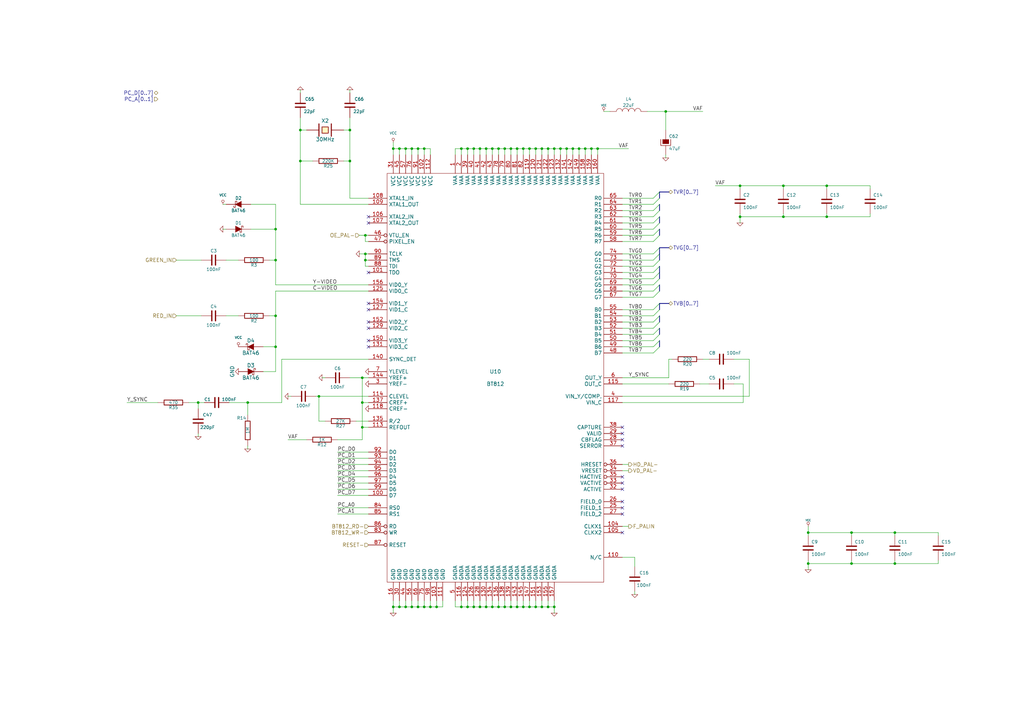
<source format=kicad_sch>
(kicad_sch (version 20200310) (host eeschema "(5.99.0-1545-g9916f24fa)")
  (page "A3")
  (title_block (title "Video") (date "Sun 22 Mar 2015") (rev "2.0B") (company "Kicad EDA"))
  (lib_symbols
    (symbol "video_schlib:BT812" (pin_names (offset 0.762))
      (property "Reference" "U" (at 47.498 85.09 0))
      (property "Value" "BT812" (at 31.242 -85.09 0))
      (symbol "BT812_0_1"
        (rectangle (start -44.45 -83.82) (end 44.45 83.82))
      )
      (symbol "BT812_1_1"
        (pin input line (at -16.51 91.44 270) (length 7.62) (name "VAA") (number "1"))
        (pin tri_state line (at -52.07 -48.26 0) (length 7.62) (name "D7") (number "100"))
        (pin output line (at -52.07 43.18 0) (length 7.62) (name "TDO") (number "101"))
        (pin input line (at -29.21 91.44 270) (length 7.62) (name "VCC") (number "102"))
        (pin input line (at -24.13 -91.44 90) (length 7.62) (name "GND") (number "103"))
        (pin output line (at 52.07 -60.96 180) (length 7.62) (name "CLKX1") (number "104"))
        (pin output line (at 52.07 -63.5 180) (length 7.62) (name "CLKX2") (number "105"))
        (pin input line (at -52.07 66.04 0) (length 7.62) (name "XTAL2_IN") (number "106"))
        (pin output line (at -52.07 63.5 0) (length 7.62) (name "XTAL2_OUT") (number "107"))
        (pin input line (at -52.07 73.66 0) (length 7.62) (name "XTAL1_IN") (number "108"))
        (pin output line (at -52.07 71.12 0) (length 7.62) (name "XTAL1_OUT") (number "109"))
        (pin input line (at 52.07 -73.66 180) (length 7.62) (name "N/C") (number "110"))
        (pin input line (at -21.59 -91.44 90) (length 7.62) (name "GND") (number "111"))
        (pin input line (at -26.67 91.44 270) (length 7.62) (name "VCC") (number "112"))
        (pin output line (at -52.07 -20.32 0) (length 7.62) (name "REFOUT") (number "113"))
        (pin input line (at -52.07 -7.62 0) (length 7.62) (name "CLEVEL") (number "114"))
        (pin output line (at 52.07 -2.54 180) (length 7.62) (name "OUT_C") (number "115"))
        (pin input line (at -13.97 -91.44 90) (length 7.62) (name "GNDA") (number "116"))
        (pin input line (at 52.07 -10.16 180) (length 7.62) (name "VIN_C") (number "117"))
        (pin input line (at -52.07 -12.7 0) (length 7.62) (name "CREF-") (number "118"))
        (pin input line (at 13.97 91.44 270) (length 7.62) (name "VAA") (number "119"))
        (pin input line (at 16.51 91.44 270) (length 7.62) (name "VAA") (number "120"))
        (pin input line (at 19.05 91.44 270) (length 7.62) (name "VAA") (number "121"))
        (pin input line (at 21.59 91.44 270) (length 7.62) (name "VAA") (number "122"))
        (pin passive line (at 24.13 91.44 270) (length 7.62) (name "VAA") (number "123"))
        (pin input line (at -11.43 -91.44 90) (length 7.62) (name "GNDA") (number "124"))
        (pin input line (at -52.07 35.56 0) (length 7.62) (name "VID0_C") (number "125"))
        (pin input line (at -8.89 -91.44 90) (length 7.62) (name "GNDA") (number "126"))
        (pin input line (at -52.07 27.94 0) (length 7.62) (name "VID1_C") (number "127"))
        (pin input line (at -6.35 -91.44 90) (length 7.62) (name "GNDA") (number "128"))
        (pin input line (at -52.07 20.32 0) (length 7.62) (name "VID2_C") (number "129"))
        (pin input line (at -3.81 -91.44 90) (length 7.62) (name "GNDA") (number "130"))
        (pin input line (at -52.07 12.7 0) (length 7.62) (name "VID3_C") (number "131"))
        (pin input line (at 26.67 91.44 270) (length 7.62) (name "VAA") (number "132"))
        (pin input line (at -1.27 -91.44 90) (length 7.62) (name "GNDA") (number "134"))
        (pin input line (at -52.07 -17.78 0) (length 7.62) (name "R/2") (number "135"))
        (pin input line (at 1.27 -91.44 90) (length 7.62) (name "GNDA") (number "136"))
        (pin input line (at -52.07 -10.16 0) (length 7.62) (name "CREF+") (number "137"))
        (pin input line (at 3.81 -91.44 90) (length 7.62) (name "GNDA") (number "138"))
        (pin input line (at 6.35 -91.44 90) (length 7.62) (name "GNDA") (number "139"))
        (pin input line (at -52.07 7.62 0) (length 7.62) (name "SYNC_DET") (number "140"))
        (pin input line (at 29.21 91.44 270) (length 7.62) (name "VAA") (number "141"))
        (pin input line (at 31.75 91.44 270) (length 7.62) (name "VAA") (number "142"))
        (pin input line (at 8.89 -91.44 90) (length 7.62) (name "GNDA") (number "143"))
        (pin input line (at -52.07 0 0) (length 7.62) (name "YREF+") (number "144"))
        (pin input line (at 11.43 -91.44 90) (length 7.62) (name "GNDA") (number "145"))
        (pin input line (at 13.97 -91.44 90) (length 7.62) (name "GNDA") (number "147"))
        (pin input line (at 34.29 91.44 270) (length 7.62) (name "VAA") (number "149"))
        (pin input line (at -52.07 15.24 0) (length 7.62) (name "VID3_Y") (number "150"))
        (pin input line (at 16.51 -91.44 90) (length 7.62) (name "GNDA") (number "151"))
        (pin input line (at -52.07 22.86 0) (length 7.62) (name "VID2_Y") (number "152"))
        (pin input line (at 19.05 -91.44 90) (length 7.62) (name "GNDA") (number "153"))
        (pin input line (at -52.07 30.48 0) (length 7.62) (name "VID1_Y") (number "154"))
        (pin input line (at 21.59 -91.44 90) (length 7.62) (name "GNDA") (number "155"))
        (pin input line (at -52.07 38.1 0) (length 7.62) (name "VID0_Y") (number "156"))
        (pin input line (at 24.13 -91.44 90) (length 7.62) (name "GNDA") (number "157"))
        (pin input line (at 36.83 91.44 270) (length 7.62) (name "VAA") (number "158"))
        (pin input line (at 39.37 91.44 270) (length 7.62) (name "VAA") (number "159"))
        (pin input line (at -41.91 -91.44 90) (length 7.62) (name "GND") (number "16"))
        (pin input line (at 41.91 91.44 270) (length 7.62) (name "VAA") (number "160"))
        (pin input line (at -13.97 91.44 270) (length 7.62) (name "VAA") (number "2"))
        (pin bidirectional line (at 52.07 -53.34 180) (length 7.62) (name "FIELD_1") (number "25"))
        (pin bidirectional line (at 52.07 -50.8 180) (length 7.62) (name "FIELD_0") (number "26"))
        (pin output line (at 52.07 -55.88 180) (length 7.62) (name "FIELD_2") (number "27"))
        (pin output line (at 52.07 -25.4 180) (length 7.62) (name "CBFLAG") (number "28"))
        (pin output line (at 52.07 -22.86 180) (length 7.62) (name "VALID") (number "29"))
        (pin input line (at -52.07 -2.54 0) (length 7.62) (name "YREF-") (number "3"))
        (pin input line (at -39.37 -91.44 90) (length 7.62) (name "GND") (number "30"))
        (pin input line (at -41.91 91.44 270) (length 7.62) (name "VCC") (number "31"))
        (pin output line (at 52.07 -45.72 180) (length 7.62) (name "ACTIVE") (number "32"))
        (pin output inverted (at 52.07 -43.18 180) (length 7.62) (name "VACTIVE") (number "33"))
        (pin output inverted (at 52.07 -38.1 180) (length 7.62) (name "VRESET") (number "34"))
        (pin output inverted (at 52.07 -40.64 180) (length 7.62) (name "HACTIVE") (number "35"))
        (pin output inverted (at 52.07 -35.56 180) (length 7.62) (name "HRESET") (number "36"))
        (pin output line (at 52.07 -27.94 180) (length 7.62) (name "SERROR") (number "37"))
        (pin output line (at 52.07 -20.32 180) (length 7.62) (name "CAPTURE") (number "38"))
        (pin input line (at -11.43 91.44 270) (length 7.62) (name "VAA") (number "39"))
        (pin input line (at 52.07 -7.62 180) (length 7.62) (name "VIN_Y/COMP.") (number "4"))
        (pin input line (at -8.89 91.44 270) (length 7.62) (name "VAA") (number "40"))
        (pin input line (at -6.35 91.44 270) (length 7.62) (name "VAA") (number "41"))
        (pin input line (at -3.81 91.44 270) (length 7.62) (name "VAA") (number "42"))
        (pin input line (at -1.27 91.44 270) (length 7.62) (name "VAA") (number "43"))
        (pin input line (at -36.83 -91.44 90) (length 7.62) (name "GND") (number "44"))
        (pin input line (at -39.37 91.44 270) (length 7.62) (name "VCC") (number "45"))
        (pin input inverted (at -52.07 58.42 0) (length 7.62) (name "VTU_EN") (number "46"))
        (pin input inverted (at -52.07 55.88 0) (length 7.62) (name "PIXEL_EN") (number "47"))
        (pin tri_state line (at 52.07 10.16 180) (length 7.62) (name "B7") (number "48"))
        (pin tri_state line (at 52.07 12.7 180) (length 7.62) (name "B6") (number "49"))
        (pin input line (at -16.51 -91.44 90) (length 7.62) (name "GNDA") (number "5"))
        (pin tri_state line (at 52.07 15.24 180) (length 7.62) (name "B5") (number "50"))
        (pin tri_state line (at 52.07 17.78 180) (length 7.62) (name "B4") (number "51"))
        (pin tri_state line (at 52.07 20.32 180) (length 7.62) (name "B3") (number "52"))
        (pin tri_state line (at 52.07 22.86 180) (length 7.62) (name "B2") (number "53"))
        (pin tri_state line (at 52.07 25.4 180) (length 7.62) (name "B1") (number "54"))
        (pin tri_state line (at 52.07 27.94 180) (length 7.62) (name "B0") (number "55"))
        (pin input line (at -34.29 -91.44 90) (length 7.62) (name "GND") (number "56"))
        (pin input line (at -36.83 91.44 270) (length 7.62) (name "VCC") (number "57"))
        (pin tri_state line (at 52.07 55.88 180) (length 7.62) (name "R7") (number "58"))
        (pin tri_state line (at 52.07 58.42 180) (length 7.62) (name "R6") (number "59"))
        (pin output line (at 52.07 0 180) (length 7.62) (name "OUT_Y") (number "6"))
        (pin tri_state line (at 52.07 60.96 180) (length 7.62) (name "R5") (number "60"))
        (pin tri_state line (at 52.07 63.5 180) (length 7.62) (name "R4") (number "61"))
        (pin tri_state line (at 52.07 66.04 180) (length 7.62) (name "R3") (number "62"))
        (pin tri_state line (at 52.07 68.58 180) (length 7.62) (name "R2") (number "63"))
        (pin tri_state line (at 52.07 71.12 180) (length 7.62) (name "R1") (number "64"))
        (pin tri_state line (at 52.07 73.66 180) (length 7.62) (name "R0") (number "65"))
        (pin input line (at -31.75 -91.44 90) (length 7.62) (name "GND") (number "66"))
        (pin tri_state line (at 52.07 33.02 180) (length 7.62) (name "G7") (number "67"))
        (pin tri_state line (at 52.07 35.56 180) (length 7.62) (name "G6") (number "68"))
        (pin tri_state line (at 52.07 38.1 180) (length 7.62) (name "G5") (number "69"))
        (pin input line (at -52.07 2.54 0) (length 7.62) (name "YLEVEL") (number "7"))
        (pin tri_state line (at 52.07 40.64 180) (length 7.62) (name "G4") (number "70"))
        (pin tri_state line (at 52.07 43.18 180) (length 7.62) (name "G3") (number "71"))
        (pin tri_state line (at 52.07 45.72 180) (length 7.62) (name "G2") (number "72"))
        (pin tri_state line (at 52.07 48.26 180) (length 7.62) (name "G1") (number "73"))
        (pin tri_state line (at 52.07 50.8 180) (length 7.62) (name "G0") (number "74"))
        (pin input line (at -29.21 -91.44 90) (length 7.62) (name "GND") (number "75"))
        (pin input line (at -34.29 91.44 270) (length 7.62) (name "VCC") (number "76"))
        (pin input line (at 1.27 91.44 270) (length 7.62) (name "VAA") (number "78"))
        (pin input line (at 3.81 91.44 270) (length 7.62) (name "VAA") (number "79"))
        (pin input line (at 6.35 91.44 270) (length 7.62) (name "VAA") (number "80"))
        (pin input line (at 8.89 91.44 270) (length 7.62) (name "VAA") (number "81"))
        (pin input line (at 11.43 91.44 270) (length 7.62) (name "VAA") (number "82"))
        (pin input inverted (at -52.07 -63.5 0) (length 7.62) (name "WR") (number "83"))
        (pin input line (at -52.07 -53.34 0) (length 7.62) (name "RS0") (number "84"))
        (pin input line (at -52.07 -55.88 0) (length 7.62) (name "RS1") (number "85"))
        (pin input inverted (at -52.07 -60.96 0) (length 7.62) (name "RD") (number "86"))
        (pin input inverted (at -52.07 -68.58 0) (length 7.62) (name "RESET") (number "87"))
        (pin input line (at -52.07 45.72 0) (length 7.62) (name "TDI") (number "88"))
        (pin input line (at -52.07 48.26 0) (length 7.62) (name "TMS") (number "89"))
        (pin input line (at -52.07 50.8 0) (length 7.62) (name "TCLK") (number "90"))
        (pin passive line (at -31.75 91.44 270) (length 7.62) (name "VCC") (number "91"))
        (pin tri_state line (at -52.07 -30.48 0) (length 7.62) (name "D0") (number "92"))
        (pin tri_state line (at -52.07 -33.02 0) (length 7.62) (name "D1") (number "93"))
        (pin tri_state line (at -52.07 -35.56 0) (length 7.62) (name "D2") (number "94"))
        (pin tri_state line (at -52.07 -38.1 0) (length 7.62) (name "D3") (number "95"))
        (pin tri_state line (at -52.07 -40.64 0) (length 7.62) (name "D4") (number "96"))
        (pin tri_state line (at -52.07 -43.18 0) (length 7.62) (name "D5") (number "97"))
        (pin input line (at -26.67 -91.44 90) (length 7.62) (name "GND") (number "98"))
        (pin tri_state line (at -52.07 -45.72 0) (length 7.62) (name "D6") (number "99"))
      )
    )
    (symbol "video_schlib:C" (pin_numbers hide) (pin_names (offset 0.254))
      (property "Reference" "C" (at 0 2.54 0))
      (property "Value" "C" (at 0.1524 -2.159 0))
      (symbol "C_0_1"
        (polyline (pts (xy -2.032 -0.762) (xy 2.032 -0.762)) (stroke (width 0.508)))
        (polyline (pts (xy -2.032 0.762) (xy 2.032 0.762)) (stroke (width 0.508)))
      )
      (symbol "C_1_1"
        (pin passive line (at 0 5.08 270) (length 4.318) (name "~") (number "1"))
        (pin passive line (at 0 -5.08 90) (length 4.318) (name "~") (number "2"))
      )
    )
    (symbol "video_schlib:CP" (pin_numbers hide) (pin_names (offset 0.254) hide)
      (property "Reference" "C" (at 1.27 2.54 0))
      (property "Value" "CP" (at 1.27 -2.54 0))
      (symbol "CP_0_1"
        (polyline (pts (xy -2.032 1.27) (xy -2.032 -1.27) (xy 2.032 -1.27) (xy 2.032 1.27)) (stroke (width 0.2032)))
        (polyline (pts (xy -1.27 1.27) (xy -1.27 -0.508) (xy 1.27 -0.508) (xy 1.27 1.27)) (fill (type outline)))
      )
      (symbol "CP_1_1"
        (pin passive line (at 0 5.08 270) (length 3.81) (name "~") (number "1"))
        (pin passive line (at 0 -5.08 90) (length 3.81) (name "~") (number "2"))
      )
    )
    (symbol "video_schlib:CRYSTAL" (pin_numbers hide) (pin_names hide)
      (property "Reference" "X" (at 0 3.81 0))
      (property "Value" "CRYSTAL" (at 0 -3.81 0))
      (symbol "CRYSTAL_0_1"
        (polyline (pts (xy -2.54 2.54) (xy -2.54 -2.54)) (stroke (width 0.4064)))
        (polyline (pts (xy 2.54 2.54) (xy 2.54 -2.54)) (stroke (width 0.4064)))
        (polyline (pts (xy -1.27 1.27) (xy 1.27 1.27) (xy 1.27 -1.27) (xy -1.27 -1.27) (xy -1.27 1.27)) (stroke (width 0.3048)) (fill (type background)))
      )
      (symbol "CRYSTAL_1_1"
        (pin passive line (at -7.62 0 0) (length 5.08) (name "1") (number "1"))
        (pin passive line (at 7.62 0 180) (length 5.08) (name "2") (number "2"))
      )
    )
    (symbol "video_schlib:DIODESCH" (pin_numbers hide) (pin_names hide)
      (property "Reference" "D" (at 0 2.54 0))
      (property "Value" "DIODESCH" (at 0 -2.54 0))
      (symbol "DIODESCH_0_1"
        (polyline (pts (xy -1.27 1.27) (xy 1.27 0) (xy -1.27 -1.27)) (fill (type outline)))
        (polyline (pts (xy 1.905 0.635) (xy 1.905 1.27) (xy 1.27 1.27) (xy 1.27 -1.27) (xy 0.635 -1.27) (xy 0.635 -0.635)) (stroke (width 0.2032)))
      )
      (symbol "DIODESCH_1_1"
        (pin passive line (at -5.08 0 0) (length 3.81) (name "A") (number "1"))
        (pin passive line (at 5.08 0 180) (length 3.81) (name "K") (number "2"))
      )
    )
    (symbol "video_schlib:GND" (power) (pin_names (offset 0))
      (symbol "GND_0_1"
        (polyline (pts (xy -1.27 0) (xy 0 -1.27) (xy 1.27 0) (xy -1.27 0)))
      )
      (symbol "GND_1_1"
        (pin power_in line (at 0 0 90) (length 0) (name "GND") (number "1") hide)
      )
    )
    (symbol "video_schlib:INDUCTOR" (pin_numbers hide) (pin_names hide)
      (property "Reference" "L" (at -1.27 0 90))
      (property "Value" "INDUCTOR" (at 2.54 0 90))
      (symbol "INDUCTOR_0_1"
        (arc (start 0.0254 -5.0546) (end 0.0254 -2.54) (radius (at 0 -3.81) (length 1.27) (angles -88.9 88.9)))
        (arc (start 0.0254 -2.5146) (end 0.0254 0.0508) (radius (at 0 -1.2446) (length 1.2954) (angles -88.9 88.9)))
        (arc (start 0.0254 0.0254) (end 0.0254 2.5908) (radius (at 0 1.2954) (length 1.2954) (angles -88.9 88.9)))
        (arc (start 0.0254 2.5654) (end 0.0254 4.9784) (radius (at 0 3.7592) (length 1.2192) (angles -88.9 88.9)))
      )
      (symbol "INDUCTOR_1_1"
        (pin passive line (at 0 7.62 270) (length 2.54) (name "1") (number "1"))
        (pin passive line (at 0 -7.62 90) (length 2.54) (name "2") (number "2"))
      )
    )
    (symbol "video_schlib:R" (pin_numbers hide) (pin_names (offset 0))
      (property "Reference" "R" (at 2.032 0 90))
      (property "Value" "R" (at 0.1778 0.0254 90))
      (symbol "R_0_1"
        (rectangle (start -1.016 3.81) (end 1.016 -3.81) (stroke (width 0.3048)))
      )
      (symbol "R_1_1"
        (pin passive line (at 0 6.35 270) (length 2.54) (name "~") (number "1"))
        (pin passive line (at 0 -6.35 90) (length 2.54) (name "~") (number "2"))
      )
    )
    (symbol "video_schlib:VCC" (power) (pin_names (offset 0))
      (property "Value" "VCC" (at 0 2.54 0))
      (symbol "VCC_0_1"
        (circle (center 0 1.27) (radius 0.508))
        (polyline (pts (xy 0 0) (xy 0 0.762) (xy 0 0.762)))
      )
      (symbol "VCC_0_0"
        (pin power_in line (at 0 0 90) (length 0) (name "VCC") (number "1") hide)
      )
    )
  )
  (junction (at 214.63 248.92))
  (junction (at 168.91 60.96))
  (junction (at 240.03 60.96))
  (junction (at 349.25 231.14))
  (junction (at 173.99 248.92))
  (junction (at 199.39 248.92))
  (junction (at 189.23 248.92))
  (junction (at 367.03 218.44))
  (junction (at 191.77 60.96))
  (junction (at 234.95 60.96))
  (junction (at 113.03 106.68))
  (junction (at 168.91 248.92))
  (junction (at 339.09 88.9))
  (junction (at 321.31 88.9))
  (junction (at 173.99 60.96))
  (junction (at 209.55 60.96))
  (junction (at 189.23 60.96))
  (junction (at 242.57 60.96))
  (junction (at 245.11 60.96))
  (junction (at 339.09 76.2))
  (junction (at 196.85 248.92))
  (junction (at 303.53 76.2))
  (junction (at 224.79 248.92))
  (junction (at 196.85 60.96))
  (junction (at 194.31 60.96))
  (junction (at 273.05 45.72))
  (junction (at 113.03 142.24))
  (junction (at 161.29 248.92))
  (junction (at 331.47 231.14))
  (junction (at 179.07 248.92))
  (junction (at 222.25 60.96))
  (junction (at 113.03 93.98))
  (junction (at 130.81 162.56))
  (junction (at 194.31 248.92))
  (junction (at 101.6 165.1))
  (junction (at 143.51 53.34))
  (junction (at 224.79 60.96))
  (junction (at 166.37 60.96))
  (junction (at 176.53 248.92))
  (junction (at 303.53 88.9))
  (junction (at 212.09 60.96))
  (junction (at 171.45 248.92))
  (junction (at 212.09 248.92))
  (junction (at 149.86 104.14))
  (junction (at 209.55 248.92))
  (junction (at 349.25 218.44))
  (junction (at 207.01 248.92))
  (junction (at 321.31 76.2))
  (junction (at 163.83 248.92))
  (junction (at 204.47 248.92))
  (junction (at 161.29 60.96))
  (junction (at 219.71 248.92))
  (junction (at 123.19 53.34))
  (junction (at 149.86 106.68))
  (junction (at 148.59 175.26))
  (junction (at 217.17 60.96))
  (junction (at 222.25 248.92))
  (junction (at 201.93 248.92))
  (junction (at 331.47 218.44))
  (junction (at 191.77 248.92))
  (junction (at 367.03 231.14))
  (junction (at 199.39 60.96))
  (junction (at 148.59 165.1))
  (junction (at 143.51 66.04))
  (junction (at 81.28 165.1))
  (junction (at 149.86 96.52))
  (junction (at 219.71 60.96))
  (junction (at 171.45 60.96))
  (junction (at 232.41 60.96))
  (junction (at 217.17 248.92))
  (junction (at 166.37 248.92))
  (junction (at 227.33 60.96))
  (junction (at 123.19 66.04))
  (junction (at 229.87 60.96))
  (junction (at 113.03 129.54))
  (junction (at 204.47 60.96))
  (junction (at 201.93 60.96))
  (junction (at 148.59 154.94))
  (junction (at 214.63 60.96))
  (junction (at 163.83 60.96))
  (junction (at 237.49 60.96))
  (junction (at 227.33 248.92))
  (junction (at 207.01 60.96))
  (no_connect (at 151.13 91.44))
  (no_connect (at 151.13 134.62))
  (no_connect (at 151.13 88.9))
  (no_connect (at 255.27 195.58))
  (no_connect (at 151.13 132.08))
  (no_connect (at 255.27 180.34))
  (no_connect (at 151.13 111.76))
  (no_connect (at 151.13 127))
  (no_connect (at 255.27 210.82))
  (no_connect (at 151.13 142.24))
  (no_connect (at 255.27 177.8))
  (no_connect (at 255.27 200.66))
  (no_connect (at 151.13 124.46))
  (no_connect (at 255.27 205.74))
  (no_connect (at 151.13 139.7))
  (no_connect (at 255.27 175.26))
  (no_connect (at 255.27 182.88))
  (no_connect (at 255.27 198.12))
  (no_connect (at 255.27 218.44))
  (no_connect (at 255.27 208.28))
  (bus_entry (at 267.97 81.28) (size 2.54 -2.54))
  (bus_entry (at 267.97 83.82) (size 2.54 -2.54))
  (bus_entry (at 267.97 86.36) (size 2.54 -2.54))
  (bus_entry (at 267.97 88.9) (size 2.54 -2.54))
  (bus_entry (at 267.97 91.44) (size 2.54 -2.54))
  (bus_entry (at 267.97 93.98) (size 2.54 -2.54))
  (bus_entry (at 267.97 96.52) (size 2.54 -2.54))
  (bus_entry (at 267.97 99.06) (size 2.54 -2.54))
  (bus_entry (at 267.97 104.14) (size 2.54 -2.54))
  (bus_entry (at 267.97 106.68) (size 2.54 -2.54))
  (bus_entry (at 267.97 109.22) (size 2.54 -2.54))
  (bus_entry (at 267.97 111.76) (size 2.54 -2.54))
  (bus_entry (at 267.97 114.3) (size 2.54 -2.54))
  (bus_entry (at 267.97 116.84) (size 2.54 -2.54))
  (bus_entry (at 267.97 119.38) (size 2.54 -2.54))
  (bus_entry (at 267.97 121.92) (size 2.54 -2.54))
  (bus_entry (at 267.97 127) (size 2.54 -2.54))
  (bus_entry (at 267.97 129.54) (size 2.54 -2.54))
  (bus_entry (at 267.97 132.08) (size 2.54 -2.54))
  (bus_entry (at 267.97 134.62) (size 2.54 -2.54))
  (bus_entry (at 267.97 137.16) (size 2.54 -2.54))
  (bus_entry (at 267.97 139.7) (size 2.54 -2.54))
  (bus_entry (at 267.97 142.24) (size 2.54 -2.54))
  (bus_entry (at 267.97 144.78) (size 2.54 -2.54))
  (wire (pts (xy 52.07 165.1) (xy 64.77 165.1)))
  (wire (pts (xy 72.39 106.68) (xy 82.55 106.68)))
  (wire (pts (xy 72.39 129.54) (xy 82.55 129.54)))
  (wire (pts (xy 77.47 165.1) (xy 81.28 165.1)))
  (wire (pts (xy 81.28 165.1) (xy 81.28 167.64)))
  (wire (pts (xy 81.28 165.1) (xy 83.82 165.1)))
  (wire (pts (xy 81.28 177.8) (xy 81.28 179.07)))
  (wire (pts (xy 91.44 83.82) (xy 92.71 83.82)))
  (wire (pts (xy 91.44 93.98) (xy 92.71 93.98)))
  (wire (pts (xy 92.71 106.68) (xy 97.79 106.68)))
  (wire (pts (xy 92.71 129.54) (xy 97.79 129.54)))
  (wire (pts (xy 93.98 165.1) (xy 101.6 165.1)))
  (wire (pts (xy 101.6 165.1) (xy 101.6 170.18)))
  (wire (pts (xy 101.6 165.1) (xy 115.57 165.1)))
  (wire (pts (xy 101.6 182.88) (xy 101.6 184.15)))
  (wire (pts (xy 102.87 83.82) (xy 113.03 83.82)))
  (wire (pts (xy 102.87 93.98) (xy 113.03 93.98)))
  (wire (pts (xy 107.95 142.24) (xy 113.03 142.24)))
  (wire (pts (xy 110.49 106.68) (xy 113.03 106.68)))
  (wire (pts (xy 110.49 129.54) (xy 113.03 129.54)))
  (wire (pts (xy 113.03 83.82) (xy 113.03 93.98)))
  (wire (pts (xy 113.03 93.98) (xy 113.03 106.68)))
  (wire (pts (xy 113.03 106.68) (xy 113.03 116.84)))
  (wire (pts (xy 113.03 116.84) (xy 151.13 116.84)))
  (wire (pts (xy 113.03 119.38) (xy 113.03 129.54)))
  (wire (pts (xy 113.03 129.54) (xy 113.03 142.24)))
  (wire (pts (xy 113.03 142.24) (xy 113.03 152.4)))
  (wire (pts (xy 113.03 152.4) (xy 107.95 152.4)))
  (wire (pts (xy 115.57 165.1) (xy 115.57 147.32)))
  (wire (pts (xy 118.11 162.56) (xy 119.38 162.56)))
  (wire (pts (xy 118.11 180.34) (xy 125.73 180.34)))
  (wire (pts (xy 123.19 38.1) (xy 123.19 36.83)))
  (wire (pts (xy 123.19 48.26) (xy 123.19 53.34)))
  (wire (pts (xy 123.19 53.34) (xy 123.19 66.04)))
  (wire (pts (xy 123.19 53.34) (xy 125.73 53.34)))
  (wire (pts (xy 123.19 66.04) (xy 123.19 83.82)))
  (wire (pts (xy 123.19 66.04) (xy 128.27 66.04)))
  (wire (pts (xy 123.19 83.82) (xy 151.13 83.82)))
  (wire (pts (xy 129.54 162.56) (xy 130.81 162.56)))
  (wire (pts (xy 130.81 162.56) (xy 130.81 172.72)))
  (wire (pts (xy 130.81 162.56) (xy 151.13 162.56)))
  (wire (pts (xy 130.81 172.72) (xy 133.35 172.72)))
  (wire (pts (xy 132.08 154.94) (xy 133.35 154.94)))
  (wire (pts (xy 138.43 185.42) (xy 151.13 185.42)))
  (wire (pts (xy 138.43 187.96) (xy 151.13 187.96)))
  (wire (pts (xy 138.43 190.5) (xy 151.13 190.5)))
  (wire (pts (xy 138.43 193.04) (xy 151.13 193.04)))
  (wire (pts (xy 138.43 195.58) (xy 151.13 195.58)))
  (wire (pts (xy 138.43 198.12) (xy 151.13 198.12)))
  (wire (pts (xy 138.43 200.66) (xy 151.13 200.66)))
  (wire (pts (xy 138.43 203.2) (xy 151.13 203.2)))
  (wire (pts (xy 138.43 208.28) (xy 151.13 208.28)))
  (wire (pts (xy 138.43 210.82) (xy 151.13 210.82)))
  (wire (pts (xy 140.97 53.34) (xy 143.51 53.34)))
  (wire (pts (xy 140.97 66.04) (xy 143.51 66.04)))
  (wire (pts (xy 143.51 36.83) (xy 143.51 38.1)))
  (wire (pts (xy 143.51 48.26) (xy 143.51 53.34)))
  (wire (pts (xy 143.51 53.34) (xy 143.51 66.04)))
  (wire (pts (xy 143.51 66.04) (xy 143.51 81.28)))
  (wire (pts (xy 143.51 81.28) (xy 151.13 81.28)))
  (wire (pts (xy 143.51 154.94) (xy 148.59 154.94)))
  (wire (pts (xy 146.05 172.72) (xy 151.13 172.72)))
  (wire (pts (xy 147.32 96.52) (xy 149.86 96.52)))
  (wire (pts (xy 147.32 104.14) (xy 149.86 104.14)))
  (wire (pts (xy 148.59 154.94) (xy 148.59 165.1)))
  (wire (pts (xy 148.59 154.94) (xy 151.13 154.94)))
  (wire (pts (xy 148.59 165.1) (xy 148.59 175.26)))
  (wire (pts (xy 148.59 165.1) (xy 151.13 165.1)))
  (wire (pts (xy 148.59 175.26) (xy 148.59 180.34)))
  (wire (pts (xy 148.59 175.26) (xy 151.13 175.26)))
  (wire (pts (xy 148.59 180.34) (xy 138.43 180.34)))
  (wire (pts (xy 149.86 96.52) (xy 151.13 96.52)))
  (wire (pts (xy 149.86 99.06) (xy 149.86 96.52)))
  (wire (pts (xy 149.86 104.14) (xy 149.86 106.68)))
  (wire (pts (xy 149.86 104.14) (xy 151.13 104.14)))
  (wire (pts (xy 149.86 106.68) (xy 149.86 109.22)))
  (wire (pts (xy 149.86 106.68) (xy 151.13 106.68)))
  (wire (pts (xy 149.86 109.22) (xy 151.13 109.22)))
  (wire (pts (xy 151.13 99.06) (xy 149.86 99.06)))
  (wire (pts (xy 151.13 119.38) (xy 113.03 119.38)))
  (wire (pts (xy 151.13 147.32) (xy 115.57 147.32)))
  (wire (pts (xy 161.29 58.42) (xy 161.29 60.96)))
  (wire (pts (xy 161.29 60.96) (xy 161.29 63.5)))
  (wire (pts (xy 161.29 60.96) (xy 163.83 60.96)))
  (wire (pts (xy 161.29 246.38) (xy 161.29 248.92)))
  (wire (pts (xy 161.29 248.92) (xy 161.29 251.46)))
  (wire (pts (xy 161.29 248.92) (xy 163.83 248.92)))
  (wire (pts (xy 163.83 60.96) (xy 163.83 63.5)))
  (wire (pts (xy 163.83 60.96) (xy 166.37 60.96)))
  (wire (pts (xy 163.83 246.38) (xy 163.83 248.92)))
  (wire (pts (xy 163.83 248.92) (xy 166.37 248.92)))
  (wire (pts (xy 166.37 60.96) (xy 166.37 63.5)))
  (wire (pts (xy 166.37 60.96) (xy 168.91 60.96)))
  (wire (pts (xy 166.37 246.38) (xy 166.37 248.92)))
  (wire (pts (xy 166.37 248.92) (xy 168.91 248.92)))
  (wire (pts (xy 168.91 60.96) (xy 168.91 63.5)))
  (wire (pts (xy 168.91 60.96) (xy 171.45 60.96)))
  (wire (pts (xy 168.91 246.38) (xy 168.91 248.92)))
  (wire (pts (xy 168.91 248.92) (xy 171.45 248.92)))
  (wire (pts (xy 171.45 60.96) (xy 171.45 63.5)))
  (wire (pts (xy 171.45 60.96) (xy 173.99 60.96)))
  (wire (pts (xy 171.45 246.38) (xy 171.45 248.92)))
  (wire (pts (xy 171.45 248.92) (xy 173.99 248.92)))
  (wire (pts (xy 173.99 60.96) (xy 173.99 63.5)))
  (wire (pts (xy 173.99 60.96) (xy 176.53 60.96)))
  (wire (pts (xy 173.99 246.38) (xy 173.99 248.92)))
  (wire (pts (xy 173.99 248.92) (xy 176.53 248.92)))
  (wire (pts (xy 176.53 60.96) (xy 176.53 63.5)))
  (wire (pts (xy 176.53 246.38) (xy 176.53 248.92)))
  (wire (pts (xy 176.53 248.92) (xy 179.07 248.92)))
  (wire (pts (xy 179.07 246.38) (xy 179.07 248.92)))
  (wire (pts (xy 179.07 248.92) (xy 181.61 248.92)))
  (wire (pts (xy 181.61 248.92) (xy 181.61 246.38)))
  (wire (pts (xy 186.69 60.96) (xy 186.69 63.5)))
  (wire (pts (xy 186.69 60.96) (xy 189.23 60.96)))
  (wire (pts (xy 186.69 248.92) (xy 186.69 246.38)))
  (wire (pts (xy 186.69 248.92) (xy 189.23 248.92)))
  (wire (pts (xy 189.23 60.96) (xy 189.23 63.5)))
  (wire (pts (xy 189.23 60.96) (xy 191.77 60.96)))
  (wire (pts (xy 189.23 246.38) (xy 189.23 248.92)))
  (wire (pts (xy 189.23 248.92) (xy 191.77 248.92)))
  (wire (pts (xy 191.77 60.96) (xy 191.77 63.5)))
  (wire (pts (xy 191.77 60.96) (xy 194.31 60.96)))
  (wire (pts (xy 191.77 246.38) (xy 191.77 248.92)))
  (wire (pts (xy 191.77 248.92) (xy 194.31 248.92)))
  (wire (pts (xy 194.31 60.96) (xy 194.31 63.5)))
  (wire (pts (xy 194.31 60.96) (xy 196.85 60.96)))
  (wire (pts (xy 194.31 246.38) (xy 194.31 248.92)))
  (wire (pts (xy 194.31 248.92) (xy 196.85 248.92)))
  (wire (pts (xy 196.85 60.96) (xy 196.85 63.5)))
  (wire (pts (xy 196.85 60.96) (xy 199.39 60.96)))
  (wire (pts (xy 196.85 246.38) (xy 196.85 248.92)))
  (wire (pts (xy 196.85 248.92) (xy 199.39 248.92)))
  (wire (pts (xy 199.39 60.96) (xy 199.39 63.5)))
  (wire (pts (xy 199.39 60.96) (xy 201.93 60.96)))
  (wire (pts (xy 199.39 246.38) (xy 199.39 248.92)))
  (wire (pts (xy 199.39 248.92) (xy 201.93 248.92)))
  (wire (pts (xy 201.93 60.96) (xy 201.93 63.5)))
  (wire (pts (xy 201.93 60.96) (xy 204.47 60.96)))
  (wire (pts (xy 201.93 246.38) (xy 201.93 248.92)))
  (wire (pts (xy 201.93 248.92) (xy 204.47 248.92)))
  (wire (pts (xy 204.47 60.96) (xy 204.47 63.5)))
  (wire (pts (xy 204.47 60.96) (xy 207.01 60.96)))
  (wire (pts (xy 204.47 246.38) (xy 204.47 248.92)))
  (wire (pts (xy 204.47 248.92) (xy 207.01 248.92)))
  (wire (pts (xy 207.01 60.96) (xy 207.01 63.5)))
  (wire (pts (xy 207.01 60.96) (xy 209.55 60.96)))
  (wire (pts (xy 207.01 246.38) (xy 207.01 248.92)))
  (wire (pts (xy 207.01 248.92) (xy 209.55 248.92)))
  (wire (pts (xy 209.55 60.96) (xy 209.55 63.5)))
  (wire (pts (xy 209.55 60.96) (xy 212.09 60.96)))
  (wire (pts (xy 209.55 246.38) (xy 209.55 248.92)))
  (wire (pts (xy 209.55 248.92) (xy 212.09 248.92)))
  (wire (pts (xy 212.09 60.96) (xy 212.09 63.5)))
  (wire (pts (xy 212.09 60.96) (xy 214.63 60.96)))
  (wire (pts (xy 212.09 246.38) (xy 212.09 248.92)))
  (wire (pts (xy 212.09 248.92) (xy 214.63 248.92)))
  (wire (pts (xy 214.63 60.96) (xy 214.63 63.5)))
  (wire (pts (xy 214.63 60.96) (xy 217.17 60.96)))
  (wire (pts (xy 214.63 246.38) (xy 214.63 248.92)))
  (wire (pts (xy 214.63 248.92) (xy 217.17 248.92)))
  (wire (pts (xy 217.17 60.96) (xy 217.17 63.5)))
  (wire (pts (xy 217.17 60.96) (xy 219.71 60.96)))
  (wire (pts (xy 217.17 246.38) (xy 217.17 248.92)))
  (wire (pts (xy 217.17 248.92) (xy 219.71 248.92)))
  (wire (pts (xy 219.71 60.96) (xy 219.71 63.5)))
  (wire (pts (xy 219.71 60.96) (xy 222.25 60.96)))
  (wire (pts (xy 219.71 246.38) (xy 219.71 248.92)))
  (wire (pts (xy 219.71 248.92) (xy 222.25 248.92)))
  (wire (pts (xy 222.25 60.96) (xy 222.25 63.5)))
  (wire (pts (xy 222.25 60.96) (xy 224.79 60.96)))
  (wire (pts (xy 222.25 246.38) (xy 222.25 248.92)))
  (wire (pts (xy 222.25 248.92) (xy 224.79 248.92)))
  (wire (pts (xy 224.79 60.96) (xy 224.79 63.5)))
  (wire (pts (xy 224.79 60.96) (xy 227.33 60.96)))
  (wire (pts (xy 224.79 246.38) (xy 224.79 248.92)))
  (wire (pts (xy 224.79 248.92) (xy 227.33 248.92)))
  (wire (pts (xy 227.33 60.96) (xy 227.33 63.5)))
  (wire (pts (xy 227.33 60.96) (xy 229.87 60.96)))
  (wire (pts (xy 227.33 246.38) (xy 227.33 248.92)))
  (wire (pts (xy 227.33 248.92) (xy 227.33 251.46)))
  (wire (pts (xy 229.87 60.96) (xy 229.87 63.5)))
  (wire (pts (xy 229.87 60.96) (xy 232.41 60.96)))
  (wire (pts (xy 232.41 60.96) (xy 232.41 63.5)))
  (wire (pts (xy 232.41 60.96) (xy 234.95 60.96)))
  (wire (pts (xy 234.95 60.96) (xy 234.95 63.5)))
  (wire (pts (xy 234.95 60.96) (xy 237.49 60.96)))
  (wire (pts (xy 237.49 60.96) (xy 237.49 63.5)))
  (wire (pts (xy 237.49 60.96) (xy 240.03 60.96)))
  (wire (pts (xy 240.03 60.96) (xy 240.03 63.5)))
  (wire (pts (xy 240.03 60.96) (xy 242.57 60.96)))
  (wire (pts (xy 242.57 60.96) (xy 242.57 63.5)))
  (wire (pts (xy 242.57 60.96) (xy 245.11 60.96)))
  (wire (pts (xy 245.11 60.96) (xy 245.11 63.5)))
  (wire (pts (xy 245.11 60.96) (xy 257.81 60.96)))
  (wire (pts (xy 247.65 45.72) (xy 250.19 45.72)))
  (wire (pts (xy 255.27 81.28) (xy 267.97 81.28)))
  (wire (pts (xy 255.27 83.82) (xy 267.97 83.82)))
  (wire (pts (xy 255.27 86.36) (xy 267.97 86.36)))
  (wire (pts (xy 255.27 88.9) (xy 267.97 88.9)))
  (wire (pts (xy 255.27 91.44) (xy 267.97 91.44)))
  (wire (pts (xy 255.27 93.98) (xy 267.97 93.98)))
  (wire (pts (xy 255.27 96.52) (xy 267.97 96.52)))
  (wire (pts (xy 255.27 99.06) (xy 267.97 99.06)))
  (wire (pts (xy 255.27 104.14) (xy 267.97 104.14)))
  (wire (pts (xy 255.27 106.68) (xy 267.97 106.68)))
  (wire (pts (xy 255.27 109.22) (xy 267.97 109.22)))
  (wire (pts (xy 255.27 111.76) (xy 267.97 111.76)))
  (wire (pts (xy 255.27 114.3) (xy 267.97 114.3)))
  (wire (pts (xy 255.27 116.84) (xy 267.97 116.84)))
  (wire (pts (xy 255.27 119.38) (xy 267.97 119.38)))
  (wire (pts (xy 255.27 121.92) (xy 267.97 121.92)))
  (wire (pts (xy 255.27 127) (xy 267.97 127)))
  (wire (pts (xy 255.27 129.54) (xy 267.97 129.54)))
  (wire (pts (xy 255.27 132.08) (xy 267.97 132.08)))
  (wire (pts (xy 255.27 134.62) (xy 267.97 134.62)))
  (wire (pts (xy 255.27 137.16) (xy 267.97 137.16)))
  (wire (pts (xy 255.27 139.7) (xy 267.97 139.7)))
  (wire (pts (xy 255.27 142.24) (xy 267.97 142.24)))
  (wire (pts (xy 255.27 144.78) (xy 267.97 144.78)))
  (wire (pts (xy 255.27 154.94) (xy 274.32 154.94)))
  (wire (pts (xy 255.27 157.48) (xy 274.32 157.48)))
  (wire (pts (xy 255.27 162.56) (xy 307.34 162.56)))
  (wire (pts (xy 255.27 165.1) (xy 304.8 165.1)))
  (wire (pts (xy 255.27 190.5) (xy 257.81 190.5)))
  (wire (pts (xy 255.27 193.04) (xy 257.81 193.04)))
  (wire (pts (xy 255.27 215.9) (xy 257.81 215.9)))
  (wire (pts (xy 255.27 228.6) (xy 260.35 228.6)))
  (wire (pts (xy 260.35 228.6) (xy 260.35 232.41)))
  (wire (pts (xy 260.35 243.84) (xy 260.35 242.57)))
  (wire (pts (xy 265.43 45.72) (xy 273.05 45.72)))
  (wire (pts (xy 273.05 45.72) (xy 273.05 53.34)))
  (wire (pts (xy 273.05 45.72) (xy 288.29 45.72)))
  (wire (pts (xy 273.05 64.77) (xy 273.05 63.5)))
  (wire (pts (xy 274.32 147.32) (xy 275.59 147.32)))
  (wire (pts (xy 274.32 154.94) (xy 274.32 147.32)))
  (wire (pts (xy 287.02 157.48) (xy 290.83 157.48)))
  (wire (pts (xy 288.29 147.32) (xy 290.83 147.32)))
  (wire (pts (xy 293.37 76.2) (xy 303.53 76.2)))
  (wire (pts (xy 300.99 147.32) (xy 307.34 147.32)))
  (wire (pts (xy 300.99 157.48) (xy 304.8 157.48)))
  (wire (pts (xy 303.53 76.2) (xy 321.31 76.2)))
  (wire (pts (xy 303.53 77.47) (xy 303.53 76.2)))
  (wire (pts (xy 303.53 87.63) (xy 303.53 88.9)))
  (wire (pts (xy 303.53 88.9) (xy 303.53 91.44)))
  (wire (pts (xy 303.53 88.9) (xy 321.31 88.9)))
  (wire (pts (xy 304.8 165.1) (xy 304.8 157.48)))
  (wire (pts (xy 307.34 162.56) (xy 307.34 147.32)))
  (wire (pts (xy 321.31 76.2) (xy 339.09 76.2)))
  (wire (pts (xy 321.31 77.47) (xy 321.31 76.2)))
  (wire (pts (xy 321.31 88.9) (xy 321.31 87.63)))
  (wire (pts (xy 321.31 88.9) (xy 339.09 88.9)))
  (wire (pts (xy 331.47 215.9) (xy 331.47 218.44)))
  (wire (pts (xy 331.47 218.44) (xy 331.47 219.71)))
  (wire (pts (xy 331.47 218.44) (xy 349.25 218.44)))
  (wire (pts (xy 331.47 229.87) (xy 331.47 231.14)))
  (wire (pts (xy 331.47 231.14) (xy 331.47 233.68)))
  (wire (pts (xy 331.47 231.14) (xy 349.25 231.14)))
  (wire (pts (xy 339.09 76.2) (xy 356.87 76.2)))
  (wire (pts (xy 339.09 77.47) (xy 339.09 76.2)))
  (wire (pts (xy 339.09 88.9) (xy 339.09 87.63)))
  (wire (pts (xy 339.09 88.9) (xy 356.87 88.9)))
  (wire (pts (xy 349.25 218.44) (xy 349.25 219.71)))
  (wire (pts (xy 349.25 218.44) (xy 367.03 218.44)))
  (wire (pts (xy 349.25 229.87) (xy 349.25 231.14)))
  (wire (pts (xy 349.25 231.14) (xy 367.03 231.14)))
  (wire (pts (xy 356.87 76.2) (xy 356.87 77.47)))
  (wire (pts (xy 356.87 88.9) (xy 356.87 87.63)))
  (wire (pts (xy 367.03 218.44) (xy 367.03 219.71)))
  (wire (pts (xy 367.03 218.44) (xy 384.81 218.44)))
  (wire (pts (xy 367.03 229.87) (xy 367.03 231.14)))
  (wire (pts (xy 367.03 231.14) (xy 384.81 231.14)))
  (wire (pts (xy 384.81 218.44) (xy 384.81 219.71)))
  (wire (pts (xy 384.81 231.14) (xy 384.81 229.87)))
  (bus (pts (xy 270.51 78.74) (xy 270.51 83.82)))
  (bus (pts (xy 270.51 83.82) (xy 270.51 88.9)))
  (bus (pts (xy 270.51 88.9) (xy 270.51 93.98)))
  (bus (pts (xy 270.51 93.98) (xy 270.51 96.52)))
  (bus (pts (xy 270.51 101.6) (xy 270.51 104.14)))
  (bus (pts (xy 270.51 104.14) (xy 270.51 109.22)))
  (bus (pts (xy 270.51 109.22) (xy 270.51 111.76)))
  (bus (pts (xy 270.51 111.76) (xy 270.51 116.84)))
  (bus (pts (xy 270.51 116.84) (xy 270.51 119.38)))
  (bus (pts (xy 270.51 124.46) (xy 270.51 129.54)))
  (bus (pts (xy 270.51 129.54) (xy 270.51 134.62)))
  (bus (pts (xy 270.51 134.62) (xy 270.51 139.7)))
  (bus (pts (xy 270.51 139.7) (xy 270.51 142.24)))
  (bus (pts (xy 274.32 78.74) (xy 270.51 78.74)))
  (bus (pts (xy 274.32 101.6) (xy 270.51 101.6)))
  (bus (pts (xy 274.32 124.46) (xy 270.51 124.46)))
  (label "Y_SYNC" (at 52.07 165.1 0) (effects (font (size 1.524 1.524))))
  (label "VAF" (at 118.11 180.34 0) (effects (font (size 1.524 1.524))))
  (label "Y-VIDEO" (at 128.27 116.84 0) (effects (font (size 1.524 1.524))))
  (label "C-VIDEO" (at 128.27 119.38 0) (effects (font (size 1.524 1.524))))
  (label "PC_D0" (at 138.43 185.42 0) (effects (font (size 1.524 1.524))))
  (label "PC_D1" (at 138.43 187.96 0) (effects (font (size 1.524 1.524))))
  (label "PC_D2" (at 138.43 190.5 0) (effects (font (size 1.524 1.524))))
  (label "PC_D3" (at 138.43 193.04 0) (effects (font (size 1.524 1.524))))
  (label "PC_D4" (at 138.43 195.58 0) (effects (font (size 1.524 1.524))))
  (label "PC_D5" (at 138.43 198.12 0) (effects (font (size 1.524 1.524))))
  (label "PC_D6" (at 138.43 200.66 0) (effects (font (size 1.524 1.524))))
  (label "PC_D7" (at 138.43 203.2 0) (effects (font (size 1.524 1.524))))
  (label "PC_A0" (at 138.43 208.28 0) (effects (font (size 1.524 1.524))))
  (label "PC_A1" (at 138.43 210.82 0) (effects (font (size 1.524 1.524))))
  (label "VAF" (at 257.81 60.96 180) (effects (font (size 1.524 1.524))))
  (label "TVR0" (at 257.81 81.28 0) (effects (font (size 1.524 1.524))))
  (label "TVR1" (at 257.81 83.82 0) (effects (font (size 1.524 1.524))))
  (label "TVR2" (at 257.81 86.36 0) (effects (font (size 1.524 1.524))))
  (label "TVR3" (at 257.81 88.9 0) (effects (font (size 1.524 1.524))))
  (label "TVR4" (at 257.81 91.44 0) (effects (font (size 1.524 1.524))))
  (label "TVR5" (at 257.81 93.98 0) (effects (font (size 1.524 1.524))))
  (label "TVR6" (at 257.81 96.52 0) (effects (font (size 1.524 1.524))))
  (label "TVR7" (at 257.81 99.06 0) (effects (font (size 1.524 1.524))))
  (label "TVG0" (at 257.81 104.14 0) (effects (font (size 1.524 1.524))))
  (label "TVG1" (at 257.81 106.68 0) (effects (font (size 1.524 1.524))))
  (label "TVG2" (at 257.81 109.22 0) (effects (font (size 1.524 1.524))))
  (label "TVG3" (at 257.81 111.76 0) (effects (font (size 1.524 1.524))))
  (label "TVG4" (at 257.81 114.3 0) (effects (font (size 1.524 1.524))))
  (label "TVG5" (at 257.81 116.84 0) (effects (font (size 1.524 1.524))))
  (label "TVG6" (at 257.81 119.38 0) (effects (font (size 1.524 1.524))))
  (label "TVG7" (at 257.81 121.92 0) (effects (font (size 1.524 1.524))))
  (label "TVB0" (at 257.81 127 0) (effects (font (size 1.524 1.524))))
  (label "TVB1" (at 257.81 129.54 0) (effects (font (size 1.524 1.524))))
  (label "TVB2" (at 257.81 132.08 0) (effects (font (size 1.524 1.524))))
  (label "TVB3" (at 257.81 134.62 0) (effects (font (size 1.524 1.524))))
  (label "TVB4" (at 257.81 137.16 0) (effects (font (size 1.524 1.524))))
  (label "TVB5" (at 257.81 139.7 0) (effects (font (size 1.524 1.524))))
  (label "TVB6" (at 257.81 142.24 0) (effects (font (size 1.524 1.524))))
  (label "TVB7" (at 257.81 144.78 0) (effects (font (size 1.524 1.524))))
  (label "Y_SYNC" (at 257.81 154.94 0) (effects (font (size 1.524 1.524))))
  (label "VAF" (at 288.29 45.72 180) (effects (font (size 1.524 1.524))))
  (label "VAF" (at 293.37 76.2 0) (effects (font (size 1.524 1.524))))
  (hierarchical_label "PC_D[0..7]" (shape bidirectional) (at 64.77 38.1 180) (effects (font (size 1.524 1.524))))
  (hierarchical_label "PC_A[0..1]" (shape input) (at 64.77 40.64 180) (effects (font (size 1.524 1.524))))
  (hierarchical_label "GREEN_IN" (shape input) (at 72.39 106.68 180) (effects (font (size 1.524 1.524))))
  (hierarchical_label "RED_IN" (shape input) (at 72.39 129.54 180) (effects (font (size 1.524 1.524))))
  (hierarchical_label "OE_PAL-" (shape input) (at 147.32 96.52 180) (effects (font (size 1.524 1.524))))
  (hierarchical_label "BT812_RD-" (shape input) (at 151.13 215.9 180) (effects (font (size 1.524 1.524))))
  (hierarchical_label "BT812_WR-" (shape input) (at 151.13 218.44 180) (effects (font (size 1.524 1.524))))
  (hierarchical_label "RESET-" (shape input) (at 151.13 223.52 180) (effects (font (size 1.524 1.524))))
  (hierarchical_label "HD_PAL-" (shape output) (at 257.81 190.5 0) (effects (font (size 1.524 1.524))))
  (hierarchical_label "VD_PAL-" (shape output) (at 257.81 193.04 0) (effects (font (size 1.524 1.524))))
  (hierarchical_label "F_PALIN" (shape output) (at 257.81 215.9 0) (effects (font (size 1.524 1.524))))
  (hierarchical_label "TVR[0..7]" (shape bidirectional) (at 274.32 78.74 0) (effects (font (size 1.524 1.524))))
  (hierarchical_label "TVG[0..7]" (shape bidirectional) (at 274.32 101.6 0) (effects (font (size 1.524 1.524))))
  (hierarchical_label "TVB[0..7]" (shape bidirectional) (at 274.32 124.46 0) (effects (font (size 1.524 1.524))))
  (symbol (lib_id "video_schlib:VCC") (at 91.44 83.82 0) (unit 1)
    (property "Reference" "#VCC056" (effects hide))
    (property "Value" "VCC" (at 91.44 80.01 0) (effects (font (size 1.016 1.016))))
  )
  (symbol (lib_id "video_schlib:VCC") (at 97.79 142.24 0) (unit 1)
    (property "Reference" "#VCC055" (effects hide))
    (property "Value" "VCC" (at 97.79 138.43 0) (effects (font (size 1.016 1.016))))
  )
  (symbol (lib_id "video_schlib:VCC") (at 161.29 58.42 0) (unit 1)
    (property "Reference" "#VCC034" (effects hide))
    (property "Value" "VCC" (at 161.29 54.61 0) (effects (font (size 1.016 1.016))))
  )
  (symbol (lib_id "video_schlib:VCC") (at 247.65 45.72 0) (unit 1)
    (property "Reference" "#VCC054" (effects hide))
    (property "Value" "VCC" (at 247.65 43.18 0) (effects (font (size 0.762 0.762))))
  )
  (symbol (lib_id "video_schlib:VCC") (at 331.47 215.9 0) (unit 1)
    (property "Reference" "#VCC053" (effects hide))
    (property "Value" "VCC" (at 331.47 213.36 0) (effects (font (size 0.762 0.762))))
  )
  (symbol (lib_id "video_schlib:GND") (at 81.28 179.07 0) (unit 1)
    (property "Reference" "#GND036" (effects hide))
    (property "Value" "GND" (effects hide))
  )
  (symbol (lib_id "video_schlib:GND") (at 91.44 93.98 270) (unit 1)
    (property "Reference" "#GND044" (effects hide))
    (property "Value" "GND" (effects hide))
  )
  (symbol (lib_id "video_schlib:GND") (at 97.79 152.4 270) (unit 1)
    (property "Reference" "#GND043" (effects hide))
    (property "Value" "GND" (at 95.25 152.4 0) (effects (font (size 1.524 1.524))))
  )
  (symbol (lib_id "video_schlib:GND") (at 101.6 184.15 0) (unit 1)
    (property "Reference" "#GND035" (effects hide))
    (property "Value" "GND" (effects hide))
  )
  (symbol (lib_id "video_schlib:GND") (at 118.11 162.56 270) (unit 1)
    (property "Reference" "#GND046" (effects hide))
    (property "Value" "GND" (effects hide))
  )
  (symbol (lib_id "video_schlib:GND") (at 123.19 36.83 180) (unit 1)
    (property "Reference" "#GND047" (effects hide))
    (property "Value" "GND" (effects hide))
  )
  (symbol (lib_id "video_schlib:GND") (at 132.08 154.94 270) (unit 1)
    (property "Reference" "#GND045" (effects hide))
    (property "Value" "GND" (effects hide))
  )
  (symbol (lib_id "video_schlib:GND") (at 143.51 36.83 180) (unit 1)
    (property "Reference" "#GND048" (effects hide))
    (property "Value" "GND" (effects hide))
  )
  (symbol (lib_id "video_schlib:GND") (at 147.32 104.14 270) (unit 1)
    (property "Reference" "#GND049" (effects hide))
    (property "Value" "GND" (effects hide))
  )
  (symbol (lib_id "video_schlib:GND") (at 151.13 152.4 270) (unit 1)
    (property "Reference" "#GND040" (effects hide))
    (property "Value" "GND" (effects hide))
  )
  (symbol (lib_id "video_schlib:GND") (at 151.13 157.48 270) (unit 1)
    (property "Reference" "#GND039" (effects hide))
    (property "Value" "GND" (effects hide))
  )
  (symbol (lib_id "video_schlib:GND") (at 151.13 167.64 270) (unit 1)
    (property "Reference" "#GND041" (effects hide))
    (property "Value" "GND" (effects hide))
  )
  (symbol (lib_id "video_schlib:GND") (at 161.29 251.46 0) (unit 1)
    (property "Reference" "#GND037" (effects hide))
    (property "Value" "GND" (effects hide))
  )
  (symbol (lib_id "video_schlib:GND") (at 227.33 251.46 0) (unit 1)
    (property "Reference" "#GND038" (effects hide))
    (property "Value" "GND" (effects hide))
  )
  (symbol (lib_id "video_schlib:GND") (at 260.35 243.84 0) (unit 1)
    (property "Reference" "#GND052" (effects hide))
    (property "Value" "GND" (effects hide))
  )
  (symbol (lib_id "video_schlib:GND") (at 273.05 64.77 0) (unit 1)
    (property "Reference" "#GND050" (effects hide))
    (property "Value" "GND" (effects hide))
  )
  (symbol (lib_id "video_schlib:GND") (at 303.53 91.44 0) (unit 1)
    (property "Reference" "#GND042" (effects hide))
    (property "Value" "GND" (effects hide))
  )
  (symbol (lib_id "video_schlib:GND") (at 331.47 233.68 0) (unit 1)
    (property "Reference" "#GND051" (effects hide))
    (property "Value" "GND" (effects hide))
  )
  (symbol (lib_id "video_schlib:INDUCTOR") (at 257.81 45.72 90) (unit 1)
    (property "Reference" "L4" (at 257.81 40.64 90))
    (property "Value" "22uF" (at 257.81 43.18 90))
    (property "Footprint" "Resistor_SMD:R_1812_4532Metric_Pad1.24x3.50mm_HandSolder" (effects hide))
  )
  (symbol (lib_id "video_schlib:DIODESCH") (at 97.79 83.82 180) (unit 1)
    (property "Reference" "D2" (at 97.79 81.28 0))
    (property "Value" "BAT46" (at 97.79 86.36 0))
    (property "Footprint" "Diode_THT:D_DO-34_SOD68_P7.62mm_Horizontal" (effects hide))
  )
  (symbol (lib_id "video_schlib:DIODESCH") (at 97.79 93.98 0) (unit 1)
    (property "Reference" "D1" (at 97.79 91.44 0))
    (property "Value" "BAT46" (at 97.79 96.52 0))
    (property "Footprint" "Diode_THT:D_DO-34_SOD68_P7.62mm_Horizontal" (effects hide))
  )
  (symbol (lib_id "video_schlib:DIODESCH") (at 102.87 142.24 0) (mirror y) (unit 1)
    (property "Reference" "D4" (at 102.87 139.7 0) (effects (font (size 1.524 1.524))))
    (property "Value" "BAT46" (at 102.87 144.78 0) (effects (font (size 1.524 1.524))))
    (property "Footprint" "Diode_THT:D_DO-34_SOD68_P7.62mm_Horizontal" (effects hide))
  )
  (symbol (lib_id "video_schlib:DIODESCH") (at 102.87 152.4 0) (unit 1)
    (property "Reference" "D3" (at 102.87 149.86 0) (effects (font (size 1.524 1.524))))
    (property "Value" "BAT46" (at 102.87 154.94 0) (effects (font (size 1.524 1.524))))
    (property "Footprint" "Diode_THT:D_DO-34_SOD68_P7.62mm_Horizontal" (effects hide))
  )
  (symbol (lib_id "video_schlib:R") (at 71.12 165.1 270) (unit 1)
    (property "Reference" "R35" (at 71.12 167.132 90))
    (property "Value" "470" (at 71.12 165.1 90))
    (property "Footprint" "Resistor_SMD:R_1206_3216Metric_Pad1.24x1.80mm_HandSolder" (effects hide))
  )
  (symbol (lib_id "video_schlib:R") (at 101.6 176.53 0) (unit 1)
    (property "Reference" "R14" (at 99.06 171.45 0))
    (property "Value" "1M" (at 101.6 176.53 90))
    (property "Footprint" "Resistor_SMD:R_1206_3216Metric_Pad1.24x1.80mm_HandSolder" (effects hide))
  )
  (symbol (lib_id "video_schlib:R") (at 104.14 106.68 270) (unit 1)
    (property "Reference" "R3" (at 104.14 108.712 90))
    (property "Value" "100" (at 104.14 106.68 90))
    (property "Footprint" "Resistor_SMD:R_1206_3216Metric_Pad1.24x1.80mm_HandSolder" (effects hide))
  )
  (symbol (lib_id "video_schlib:R") (at 104.14 129.54 270) (unit 1)
    (property "Reference" "R2" (at 104.14 131.572 90))
    (property "Value" "100" (at 104.14 129.54 90))
    (property "Footprint" "Resistor_SMD:R_1206_3216Metric_Pad1.24x1.80mm_HandSolder" (effects hide))
  )
  (symbol (lib_id "video_schlib:R") (at 132.08 180.34 270) (unit 1)
    (property "Reference" "R12" (at 132.08 182.372 90))
    (property "Value" "1K" (at 132.08 180.34 90))
    (property "Footprint" "Resistor_SMD:R_1206_3216Metric_Pad1.24x1.80mm_HandSolder" (effects hide))
  )
  (symbol (lib_id "video_schlib:R") (at 134.62 66.04 270) (unit 1)
    (property "Reference" "R25" (at 134.62 68.072 90))
    (property "Value" "220K" (at 134.62 66.04 90))
    (property "Footprint" "Resistor_SMD:R_1206_3216Metric_Pad1.24x1.80mm_HandSolder" (effects hide))
  )
  (symbol (lib_id "video_schlib:R") (at 139.7 172.72 270) (unit 1)
    (property "Reference" "R27" (at 139.7 174.752 90))
    (property "Value" "27K" (at 139.7 172.72 90))
    (property "Footprint" "Resistor_SMD:R_1206_3216Metric_Pad1.24x1.80mm_HandSolder" (effects hide))
  )
  (symbol (lib_id "video_schlib:R") (at 280.67 157.48 270) (unit 1)
    (property "Reference" "R19" (at 280.67 159.512 90))
    (property "Value" "220" (at 280.67 157.48 90))
    (property "Footprint" "Resistor_SMD:R_1206_3216Metric_Pad1.24x1.80mm_HandSolder" (effects hide))
  )
  (symbol (lib_id "video_schlib:R") (at 281.94 147.32 270) (unit 1)
    (property "Reference" "R20" (at 281.94 149.352 90))
    (property "Value" "220" (at 281.94 147.32 90))
    (property "Footprint" "Resistor_SMD:R_1206_3216Metric_Pad1.24x1.80mm_HandSolder" (effects hide))
  )
  (symbol (lib_id "video_schlib:CP") (at 273.05 58.42 0) (unit 1)
    (property "Reference" "C62" (at 274.32 55.88 0) (effects (justify left)))
    (property "Value" "47uF" (at 274.32 60.96 0) (effects (justify left)))
    (property "Footprint" "Resistor_SMD:R_1210_3225Metric_Pad1.24x2.70mm_HandSolder" (effects hide))
  )
  (symbol (lib_id "video_schlib:C") (at 81.28 172.72 0) (unit 1)
    (property "Reference" "C47" (at 85.09 170.18 0))
    (property "Value" "220pF" (at 85.09 175.26 0))
    (property "Footprint" "Resistor_SMD:R_1206_3216Metric_Pad1.24x1.80mm_HandSolder" (effects hide))
  )
  (symbol (lib_id "video_schlib:C") (at 87.63 106.68 270) (unit 1)
    (property "Reference" "C3" (at 87.63 102.87 90))
    (property "Value" "100nF" (at 87.63 110.49 90))
    (property "Footprint" "Resistor_SMD:R_1206_3216Metric_Pad1.24x1.80mm_HandSolder" (effects hide))
  )
  (symbol (lib_id "video_schlib:C") (at 87.63 129.54 270) (unit 1)
    (property "Reference" "C4" (at 87.63 125.73 90))
    (property "Value" "100nF" (at 87.63 133.35 90))
    (property "Footprint" "Resistor_SMD:R_1206_3216Metric_Pad1.24x1.80mm_HandSolder" (effects hide))
  )
  (symbol (lib_id "video_schlib:C") (at 88.9 165.1 90) (unit 1)
    (property "Reference" "C1" (at 85.09 163.83 90))
    (property "Value" "100nF" (at 93.98 163.83 90))
    (property "Footprint" "Resistor_SMD:R_1206_3216Metric_Pad1.24x1.80mm_HandSolder" (effects hide))
  )
  (symbol (lib_id "video_schlib:C") (at 123.19 43.18 0) (unit 1)
    (property "Reference" "C65" (at 127 40.64 0))
    (property "Value" "22pF" (at 127 45.72 0))
    (property "Footprint" "Resistor_SMD:R_1206_3216Metric_Pad1.24x1.80mm_HandSolder" (effects hide))
  )
  (symbol (lib_id "video_schlib:C") (at 124.46 162.56 270) (unit 1)
    (property "Reference" "C7" (at 124.46 158.75 90))
    (property "Value" "100nF" (at 124.46 166.37 90))
    (property "Footprint" "Resistor_SMD:R_1206_3216Metric_Pad1.24x1.80mm_HandSolder" (effects hide))
  )
  (symbol (lib_id "video_schlib:C") (at 138.43 154.94 270) (unit 1)
    (property "Reference" "C6" (at 138.43 151.13 90))
    (property "Value" "100nF" (at 138.43 158.75 90))
    (property "Footprint" "Resistor_SMD:R_1206_3216Metric_Pad1.24x1.80mm_HandSolder" (effects hide))
  )
  (symbol (lib_id "video_schlib:C") (at 143.51 43.18 0) (unit 1)
    (property "Reference" "C66" (at 147.32 40.64 0))
    (property "Value" "22pF" (at 147.32 45.72 0))
    (property "Footprint" "Resistor_SMD:R_1206_3216Metric_Pad1.24x1.80mm_HandSolder" (effects hide))
  )
  (symbol (lib_id "video_schlib:C") (at 260.35 237.49 0) (unit 1)
    (property "Reference" "C16" (at 264.16 234.95 0))
    (property "Value" "100nF" (at 264.16 240.03 0))
    (property "Footprint" "Resistor_SMD:R_1206_3216Metric_Pad1.24x1.80mm_HandSolder" (effects hide))
  )
  (symbol (lib_id "video_schlib:C") (at 295.91 147.32 270) (unit 1)
    (property "Reference" "C8" (at 292.1 144.78 90))
    (property "Value" "100nF" (at 300.99 144.78 90))
    (property "Footprint" "Resistor_SMD:R_1206_3216Metric_Pad1.24x1.80mm_HandSolder" (effects hide))
  )
  (symbol (lib_id "video_schlib:C") (at 295.91 157.48 270) (unit 1)
    (property "Reference" "C5" (at 292.1 154.94 90))
    (property "Value" "100nF" (at 300.99 154.94 90))
    (property "Footprint" "Resistor_SMD:R_1206_3216Metric_Pad1.24x1.80mm_HandSolder" (effects hide))
  )
  (symbol (lib_id "video_schlib:C") (at 303.53 82.55 0) (unit 1)
    (property "Reference" "C2" (at 304.8 80.01 0) (effects (justify left)))
    (property "Value" "100nF" (at 304.8 85.09 0) (effects (justify left)))
    (property "Footprint" "Resistor_SMD:R_1206_3216Metric_Pad1.24x1.80mm_HandSolder" (effects hide))
  )
  (symbol (lib_id "video_schlib:C") (at 321.31 82.55 0) (unit 1)
    (property "Reference" "C12" (at 322.58 80.01 0) (effects (justify left)))
    (property "Value" "100nF" (at 322.58 85.09 0) (effects (justify left)))
    (property "Footprint" "Resistor_SMD:R_1206_3216Metric_Pad1.24x1.80mm_HandSolder" (effects hide))
  )
  (symbol (lib_id "video_schlib:C") (at 331.47 224.79 0) (unit 1)
    (property "Reference" "C9" (at 332.74 222.25 0) (effects (justify left)))
    (property "Value" "100nF" (at 332.74 227.33 0) (effects (justify left)))
    (property "Footprint" "Resistor_SMD:R_1206_3216Metric_Pad1.24x1.80mm_HandSolder" (effects hide))
  )
  (symbol (lib_id "video_schlib:C") (at 339.09 82.55 0) (unit 1)
    (property "Reference" "C13" (at 340.36 80.01 0) (effects (justify left)))
    (property "Value" "100nF" (at 340.36 85.09 0) (effects (justify left)))
    (property "Footprint" "Resistor_SMD:R_1206_3216Metric_Pad1.24x1.80mm_HandSolder" (effects hide))
  )
  (symbol (lib_id "video_schlib:C") (at 349.25 224.79 0) (unit 1)
    (property "Reference" "C10" (at 350.52 222.25 0) (effects (justify left)))
    (property "Value" "100nF" (at 350.52 227.33 0) (effects (justify left)))
    (property "Footprint" "Resistor_SMD:R_1206_3216Metric_Pad1.24x1.80mm_HandSolder" (effects hide))
  )
  (symbol (lib_id "video_schlib:C") (at 356.87 82.55 0) (unit 1)
    (property "Reference" "C14" (at 358.14 80.01 0) (effects (justify left)))
    (property "Value" "100nF" (at 358.14 85.09 0) (effects (justify left)))
    (property "Footprint" "Resistor_SMD:R_1206_3216Metric_Pad1.24x1.80mm_HandSolder" (effects hide))
  )
  (symbol (lib_id "video_schlib:C") (at 367.03 224.79 0) (unit 1)
    (property "Reference" "C11" (at 368.3 222.25 0) (effects (justify left)))
    (property "Value" "100nF" (at 368.3 227.33 0) (effects (justify left)))
    (property "Footprint" "Resistor_SMD:R_1206_3216Metric_Pad1.24x1.80mm_HandSolder" (effects hide))
  )
  (symbol (lib_id "video_schlib:C") (at 384.81 224.79 0) (unit 1)
    (property "Reference" "C15" (at 386.08 222.25 0) (effects (justify left)))
    (property "Value" "100nF" (at 386.08 227.33 0) (effects (justify left)))
    (property "Footprint" "Resistor_SMD:R_1206_3216Metric_Pad1.24x1.80mm_HandSolder" (effects hide))
  )
  (symbol (lib_id "video_schlib:CRYSTAL") (at 133.35 53.34 0) (unit 1)
    (property "Reference" "X2" (at 133.35 49.53 0) (effects (font (size 1.524 1.524))))
    (property "Value" "30MHz" (at 133.35 57.15 0) (effects (font (size 1.524 1.524))))
    (property "Footprint" "Crystal:Crystal_HC18-U_Vertical" (effects hide))
  )
  (symbol (lib_id "video_schlib:BT812") (at 203.2 154.94 0) (unit 1)
    (property "Reference" "U10" (at 203.2 152.4 0) (effects (font (size 1.524 1.524))))
    (property "Value" "BT812" (at 203.2 157.48 0) (effects (font (size 1.524 1.524))))
    (property "Footprint" "Package_QFP:PQFP-160_28x28mm_P0.65mm" (effects hide))
  )
)
</source>
